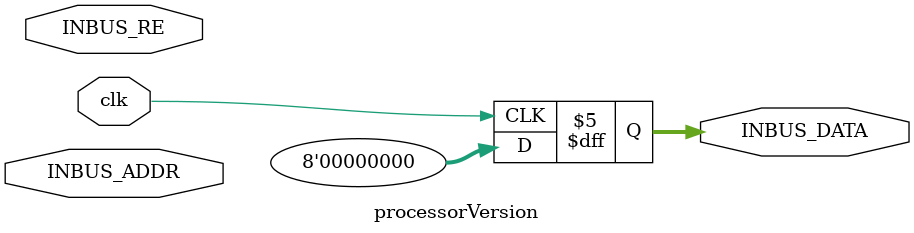
<source format=v>
`timescale 1ns / 1ps

module processorVersion
  #( parameter DEVADDR = 0,
     parameter VERSION = 0,
     parameter CPUID = 0 )
  ( clk,
    INBUS_ADDR, INBUS_DATA, INBUS_RE );

   input             clk;
   input [7:0]       INBUS_ADDR;
   output reg [7:0]  INBUS_DATA;
   input             INBUS_RE;

   always @(posedge clk) begin
      INBUS_DATA <= 0;
      if (INBUS_RE) begin
         case (INBUS_ADDR)
           (DEVADDR+0) : begin
              INBUS_DATA <= VERSION;
           end
           (DEVADDR+1) : begin
              INBUS_DATA <= CPUID;
           end
         endcase
      end
   end

endmodule // processorVersion

</source>
